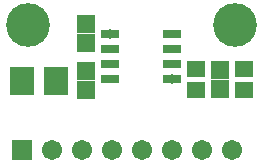
<source format=gts>
G04*
G04 #@! TF.GenerationSoftware,Altium Limited,Altium Designer,23.8.1 (32)*
G04*
G04 Layer_Color=8388736*
%FSLAX44Y44*%
%MOMM*%
G71*
G04*
G04 #@! TF.SameCoordinates,8C545C58-4F73-44F2-8FA6-FEC30D537232*
G04*
G04*
G04 #@! TF.FilePolarity,Negative*
G04*
G01*
G75*
%ADD18R,2.0032X2.4332*%
%ADD19R,1.6032X1.5032*%
%ADD20R,1.5032X0.8032*%
%ADD21R,1.5532X1.3532*%
%ADD22C,3.7032*%
%ADD23C,1.7032*%
%ADD24R,1.7032X1.7032*%
%ADD25C,0.8032*%
D18*
X813600Y761000D02*
D03*
X784400D02*
D03*
D19*
X839000Y770000D02*
D03*
Y754000D02*
D03*
Y809666D02*
D03*
Y793666D02*
D03*
X952624Y770750D02*
D03*
Y754750D02*
D03*
D20*
X859000Y801400D02*
D03*
Y788700D02*
D03*
Y776000D02*
D03*
Y763300D02*
D03*
X912000D02*
D03*
Y776000D02*
D03*
Y788700D02*
D03*
Y801400D02*
D03*
D21*
X932248Y754000D02*
D03*
Y771500D02*
D03*
X973000Y771500D02*
D03*
Y754000D02*
D03*
D22*
X965216Y808530D02*
D03*
X789956D02*
D03*
D23*
X962168Y702866D02*
D03*
X936768D02*
D03*
X911368D02*
D03*
X885968D02*
D03*
X860568D02*
D03*
X835168D02*
D03*
X809768D02*
D03*
D24*
X784368D02*
D03*
D25*
X859000Y801400D02*
D03*
X912000Y763300D02*
D03*
M02*

</source>
